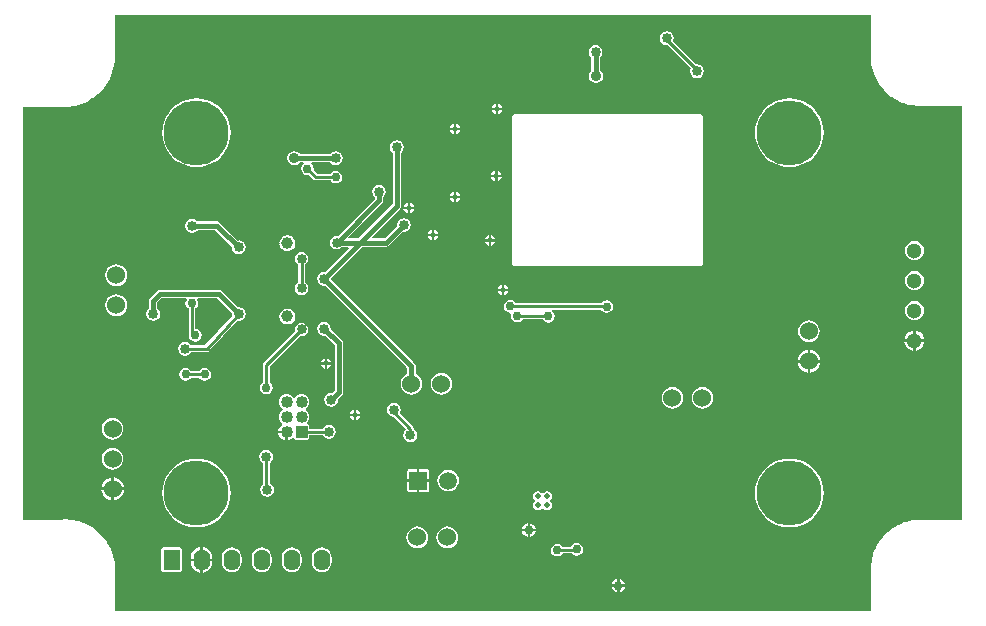
<source format=gbl>
G04 Layer_Physical_Order=2*
G04 Layer_Color=16711680*
%FSLAX25Y25*%
%MOIN*%
G70*
G01*
G75*
%ADD24C,0.01575*%
%ADD25C,0.01000*%
%ADD26C,0.03347*%
%ADD27C,0.05118*%
%ADD28C,0.06000*%
%ADD29C,0.05905*%
%ADD30R,0.05905X0.05905*%
%ADD31C,0.04000*%
%ADD32R,0.03862X0.03862*%
%ADD33C,0.21654*%
%ADD34C,0.02000*%
%ADD35O,0.05500X0.07000*%
%ADD36R,0.05500X0.07000*%
%ADD37C,0.03937*%
%ADD38C,0.03000*%
%ADD39C,0.03543*%
%ADD40C,0.01890*%
G36*
X283445Y185907D02*
X283445Y185150D01*
X283455Y185101D01*
X283450Y185052D01*
X283598Y183546D01*
X283613Y183498D01*
Y183448D01*
X283908Y181964D01*
X283927Y181918D01*
X283932Y181869D01*
X284371Y180421D01*
X284395Y180377D01*
X284404Y180328D01*
X284983Y178930D01*
X285011Y178889D01*
X285026Y178841D01*
X285739Y177507D01*
X285770Y177468D01*
X285789Y177422D01*
X286630Y176164D01*
X286665Y176129D01*
X286689Y176085D01*
X287649Y174915D01*
X287687Y174884D01*
X287715Y174842D01*
X288250Y174307D01*
X288250Y174307D01*
X288571Y173986D01*
X288571Y173986D01*
X289081Y173476D01*
X289123Y173448D01*
X289154Y173410D01*
X290270Y172494D01*
X290314Y172471D01*
X290349Y172436D01*
X291549Y171634D01*
X291595Y171615D01*
X291633Y171583D01*
X292906Y170903D01*
X292953Y170888D01*
X292995Y170861D01*
X294328Y170309D01*
X294377Y170299D01*
X294421Y170275D01*
X295802Y169857D01*
X295851Y169852D01*
X295897Y169833D01*
X297313Y169551D01*
X297363D01*
X297410Y169536D01*
X298846Y169395D01*
X298896Y169400D01*
X298945Y169390D01*
X299666Y169390D01*
X313957Y169390D01*
X313957Y31476D01*
X300039Y31476D01*
X299018Y31476D01*
X298953Y31463D01*
X298886Y31467D01*
X296860Y31201D01*
X296798Y31179D01*
X296732Y31175D01*
X294758Y30646D01*
X294698Y30617D01*
X294633Y30604D01*
X292745Y29822D01*
X292690Y29785D01*
X292627Y29764D01*
X290857Y28742D01*
X290808Y28698D01*
X290748Y28669D01*
X289127Y27425D01*
X289083Y27375D01*
X289028Y27338D01*
X287583Y25893D01*
X287546Y25838D01*
X287496Y25794D01*
X286252Y24173D01*
X286223Y24114D01*
X286179Y24064D01*
X285157Y22294D01*
X285136Y22231D01*
X285100Y22176D01*
X284317Y20288D01*
X284304Y20223D01*
X284275Y20164D01*
X283746Y18190D01*
X283742Y18124D01*
X283721Y18061D01*
X283454Y16035D01*
X283458Y15969D01*
X283445Y15904D01*
X283445Y14882D01*
X283445Y1003D01*
X31515Y1003D01*
X31515Y13586D01*
X31594Y14678D01*
X31585Y14749D01*
X31594Y14821D01*
X31433Y17076D01*
X31414Y17145D01*
X31413Y17218D01*
X30933Y19427D01*
X30904Y19493D01*
X30892Y19564D01*
X30103Y21682D01*
X30065Y21744D01*
X30043Y21813D01*
X28960Y23797D01*
X28914Y23852D01*
X28882Y23918D01*
X27528Y25727D01*
X27474Y25776D01*
X27434Y25835D01*
X25835Y27434D01*
X25775Y27474D01*
X25727Y27528D01*
X23917Y28883D01*
X23852Y28914D01*
X23797Y28960D01*
X21813Y30043D01*
X21744Y30065D01*
X21682Y30103D01*
X19564Y30892D01*
X19493Y30904D01*
X19426Y30933D01*
X17217Y31413D01*
X17145Y31414D01*
X17076Y31433D01*
X14821Y31594D01*
X14749Y31585D01*
X14677Y31594D01*
X13587Y31515D01*
X1003Y31515D01*
X1003Y169115D01*
X14685Y169115D01*
X15720Y169115D01*
X15785Y169128D01*
X15851Y169123D01*
X17903Y169393D01*
X17965Y169414D01*
X18031Y169419D01*
X20030Y169955D01*
X20090Y169984D01*
X20155Y169997D01*
X22067Y170789D01*
X22122Y170825D01*
X22184Y170847D01*
X23977Y171881D01*
X24026Y171925D01*
X24086Y171954D01*
X25728Y173214D01*
X25771Y173264D01*
X25826Y173301D01*
X27290Y174764D01*
X27327Y174819D01*
X27376Y174863D01*
X28636Y176505D01*
X28665Y176564D01*
X28709Y176614D01*
X29744Y178406D01*
X29765Y178469D01*
X29802Y178524D01*
X30594Y180436D01*
X30607Y180501D01*
X30636Y180560D01*
X31172Y182559D01*
X31176Y182625D01*
X31197Y182688D01*
X31467Y184740D01*
X31463Y184806D01*
X31476Y184871D01*
X31476Y185906D01*
X31476Y199784D01*
X283445Y199784D01*
X283445Y185907D01*
D02*
G37*
%LPC*%
G36*
X111181Y66063D02*
X109831D01*
X109891Y65759D01*
X110286Y65168D01*
X110877Y64773D01*
X111181Y64713D01*
Y66063D01*
D02*
G37*
G36*
X88307Y60354D02*
X85941D01*
X85985Y60020D01*
X86266Y59342D01*
X86713Y58760D01*
X87295Y58313D01*
X87973Y58032D01*
X88307Y57988D01*
Y60354D01*
D02*
G37*
G36*
X30709Y65433D02*
X29771Y65309D01*
X28898Y64947D01*
X28148Y64372D01*
X27572Y63622D01*
X27211Y62748D01*
X27087Y61811D01*
X27211Y60874D01*
X27572Y60000D01*
X28148Y59250D01*
X28898Y58675D01*
X29771Y58313D01*
X30709Y58189D01*
X31646Y58313D01*
X32519Y58675D01*
X33270Y59250D01*
X33845Y60000D01*
X34207Y60874D01*
X34330Y61811D01*
X34207Y62748D01*
X33845Y63622D01*
X33270Y64372D01*
X32519Y64947D01*
X31646Y65309D01*
X30709Y65433D01*
D02*
G37*
G36*
X111969Y68201D02*
Y66850D01*
X113319D01*
X113259Y67154D01*
X112863Y67745D01*
X112272Y68140D01*
X111969Y68201D01*
D02*
G37*
G36*
X111181D02*
X110877Y68140D01*
X110286Y67745D01*
X109891Y67154D01*
X109831Y66850D01*
X111181D01*
Y68201D01*
D02*
G37*
G36*
X113319Y66063D02*
X111969D01*
Y64713D01*
X112272Y64773D01*
X112863Y65168D01*
X113259Y65759D01*
X113319Y66063D01*
D02*
G37*
G36*
X124409Y70418D02*
X123526Y70243D01*
X122777Y69742D01*
X122277Y68994D01*
X122101Y68110D01*
X122277Y67227D01*
X122777Y66478D01*
X123526Y65978D01*
X124345Y65815D01*
X128416Y61744D01*
X128366Y61247D01*
X128295Y61199D01*
X127795Y60450D01*
X127619Y59567D01*
X127795Y58684D01*
X128295Y57935D01*
X129044Y57434D01*
X129927Y57259D01*
X130810Y57434D01*
X131559Y57935D01*
X132060Y58684D01*
X132235Y59567D01*
X132060Y60450D01*
X131559Y61199D01*
X131039Y61547D01*
Y61805D01*
X130954Y62231D01*
X130713Y62591D01*
X130713Y62591D01*
X126356Y66949D01*
X126542Y67227D01*
X126718Y68110D01*
X126542Y68994D01*
X126041Y69742D01*
X125293Y70243D01*
X124409Y70418D01*
D02*
G37*
G36*
X31102Y45579D02*
Y42205D01*
X34477D01*
X34399Y42800D01*
X34017Y43721D01*
X33410Y44512D01*
X32619Y45119D01*
X31697Y45501D01*
X31102Y45579D01*
D02*
G37*
G36*
X30315D02*
X29720Y45501D01*
X28799Y45119D01*
X28008Y44512D01*
X27400Y43721D01*
X27019Y42800D01*
X26940Y42205D01*
X30315D01*
Y45579D01*
D02*
G37*
G36*
X142559Y48101D02*
X141634Y47980D01*
X140772Y47623D01*
X140032Y47055D01*
X139464Y46314D01*
X139107Y45453D01*
X138985Y44528D01*
X139107Y43603D01*
X139464Y42741D01*
X140032Y42000D01*
X140772Y41432D01*
X141634Y41076D01*
X142559Y40954D01*
X143484Y41076D01*
X144346Y41432D01*
X145086Y42000D01*
X145654Y42741D01*
X146011Y43603D01*
X146133Y44528D01*
X146011Y45453D01*
X145654Y46314D01*
X145086Y47055D01*
X144346Y47623D01*
X143484Y47980D01*
X142559Y48101D01*
D02*
G37*
G36*
X30709Y55433D02*
X29771Y55309D01*
X28898Y54947D01*
X28148Y54372D01*
X27572Y53622D01*
X27211Y52748D01*
X27087Y51811D01*
X27211Y50874D01*
X27572Y50000D01*
X28148Y49250D01*
X28898Y48675D01*
X29771Y48313D01*
X30709Y48189D01*
X31646Y48313D01*
X32519Y48675D01*
X33270Y49250D01*
X33845Y50000D01*
X34207Y50874D01*
X34330Y51811D01*
X34207Y52748D01*
X33845Y53622D01*
X33270Y54372D01*
X32519Y54947D01*
X31646Y55309D01*
X30709Y55433D01*
D02*
G37*
G36*
X135512Y48283D02*
X132953D01*
Y44921D01*
X136315D01*
Y47480D01*
X136253Y47787D01*
X136080Y48048D01*
X135819Y48222D01*
X135512Y48283D01*
D02*
G37*
G36*
X132165D02*
X129606D01*
X129299Y48222D01*
X129039Y48048D01*
X128865Y47787D01*
X128804Y47480D01*
Y44921D01*
X132165D01*
Y48283D01*
D02*
G37*
G36*
X217323Y75669D02*
X216386Y75545D01*
X215512Y75184D01*
X214762Y74608D01*
X214187Y73858D01*
X213825Y72985D01*
X213701Y72047D01*
X213825Y71110D01*
X214187Y70236D01*
X214762Y69486D01*
X215512Y68911D01*
X216386Y68549D01*
X217323Y68426D01*
X218260Y68549D01*
X219134Y68911D01*
X219884Y69486D01*
X220459Y70236D01*
X220821Y71110D01*
X220944Y72047D01*
X220821Y72985D01*
X220459Y73858D01*
X219884Y74608D01*
X219134Y75184D01*
X218260Y75545D01*
X217323Y75669D01*
D02*
G37*
G36*
X101378Y85231D02*
X101096Y85175D01*
X100523Y84792D01*
X100140Y84219D01*
X100084Y83937D01*
X101378D01*
Y85231D01*
D02*
G37*
G36*
X103460Y83150D02*
X102165D01*
Y81855D01*
X102448Y81911D01*
X103021Y82294D01*
X103403Y82867D01*
X103460Y83150D01*
D02*
G37*
G36*
X101378D02*
X100084D01*
X100140Y82867D01*
X100523Y82294D01*
X101096Y81911D01*
X101378Y81855D01*
Y83150D01*
D02*
G37*
G36*
X263228Y88020D02*
Y84646D01*
X266603D01*
X266525Y85241D01*
X266143Y86162D01*
X265536Y86953D01*
X264745Y87560D01*
X263823Y87942D01*
X263228Y88020D01*
D02*
G37*
G36*
X262441D02*
X261846Y87942D01*
X260925Y87560D01*
X260133Y86953D01*
X259526Y86162D01*
X259145Y85241D01*
X259066Y84646D01*
X262441D01*
Y88020D01*
D02*
G37*
G36*
X102165Y85231D02*
Y83937D01*
X103460D01*
X103403Y84219D01*
X103021Y84792D01*
X102448Y85175D01*
X102165Y85231D01*
D02*
G37*
G36*
X61417Y82053D02*
X60602Y81890D01*
X59910Y81428D01*
X59646Y81033D01*
X56889D01*
X56625Y81428D01*
X55934Y81890D01*
X55118Y82053D01*
X54302Y81890D01*
X53611Y81428D01*
X53149Y80737D01*
X52987Y79921D01*
X53149Y79106D01*
X53611Y78414D01*
X54302Y77952D01*
X55118Y77790D01*
X55934Y77952D01*
X56625Y78414D01*
X56889Y78809D01*
X59646D01*
X59910Y78414D01*
X60602Y77952D01*
X61417Y77790D01*
X62233Y77952D01*
X62924Y78414D01*
X63387Y79106D01*
X63549Y79921D01*
X63387Y80737D01*
X62924Y81428D01*
X62233Y81890D01*
X61417Y82053D01*
D02*
G37*
G36*
X140315Y80393D02*
X139378Y80270D01*
X138504Y79908D01*
X137754Y79333D01*
X137179Y78582D01*
X136817Y77709D01*
X136693Y76772D01*
X136817Y75834D01*
X137179Y74961D01*
X137754Y74211D01*
X138504Y73635D01*
X139378Y73273D01*
X140315Y73150D01*
X141252Y73273D01*
X142126Y73635D01*
X142876Y74211D01*
X143451Y74961D01*
X143813Y75834D01*
X143937Y76772D01*
X143813Y77709D01*
X143451Y78582D01*
X142876Y79333D01*
X142126Y79908D01*
X141252Y80270D01*
X140315Y80393D01*
D02*
G37*
G36*
X93701Y73361D02*
X93024Y73272D01*
X92394Y73011D01*
X91853Y72596D01*
X91481Y72111D01*
X91201Y72080D01*
X90920Y72111D01*
X90548Y72596D01*
X90007Y73011D01*
X89377Y73272D01*
X88701Y73361D01*
X88024Y73272D01*
X87394Y73011D01*
X86853Y72596D01*
X86438Y72054D01*
X86177Y71424D01*
X86088Y70748D01*
X86177Y70072D01*
X86438Y69442D01*
X86853Y68901D01*
X87338Y68529D01*
X87368Y68248D01*
X87338Y67967D01*
X86853Y67596D01*
X86438Y67054D01*
X86177Y66424D01*
X86088Y65748D01*
X86177Y65072D01*
X86438Y64442D01*
X86853Y63901D01*
X87157Y63667D01*
X87191Y63548D01*
X87151Y63072D01*
X86713Y62736D01*
X86266Y62154D01*
X85985Y61476D01*
X85941Y61142D01*
X88701D01*
Y60748D01*
X89095D01*
Y57988D01*
X89428Y58032D01*
X90106Y58313D01*
X90662Y58740D01*
X90682Y58743D01*
X90797Y58731D01*
X91212Y58620D01*
X91318Y58365D01*
X91770Y58178D01*
X95632D01*
X96084Y58365D01*
X96271Y58817D01*
Y59636D01*
X100816D01*
X101163Y59116D01*
X101912Y58616D01*
X102795Y58440D01*
X103679Y58616D01*
X104427Y59116D01*
X104928Y59865D01*
X105103Y60748D01*
X104928Y61631D01*
X104427Y62380D01*
X103679Y62880D01*
X102795Y63056D01*
X101912Y62880D01*
X101163Y62380D01*
X100816Y61860D01*
X96271D01*
Y62679D01*
X96084Y63131D01*
X95632Y63318D01*
X95611D01*
X95441Y63818D01*
X95548Y63901D01*
X95964Y64442D01*
X96225Y65072D01*
X96314Y65748D01*
X96225Y66424D01*
X95964Y67054D01*
X95548Y67596D01*
X95064Y67967D01*
X95033Y68248D01*
X95064Y68529D01*
X95548Y68901D01*
X95964Y69442D01*
X96225Y70072D01*
X96314Y70748D01*
X96225Y71424D01*
X95964Y72054D01*
X95548Y72596D01*
X95007Y73011D01*
X94377Y73272D01*
X93701Y73361D01*
D02*
G37*
G36*
X227323Y75669D02*
X226385Y75545D01*
X225512Y75184D01*
X224762Y74608D01*
X224186Y73858D01*
X223825Y72985D01*
X223701Y72047D01*
X223825Y71110D01*
X224186Y70236D01*
X224762Y69486D01*
X225512Y68911D01*
X226385Y68549D01*
X227323Y68426D01*
X228260Y68549D01*
X229134Y68911D01*
X229884Y69486D01*
X230459Y70236D01*
X230821Y71110D01*
X230944Y72047D01*
X230821Y72985D01*
X230459Y73858D01*
X229884Y74608D01*
X229134Y75184D01*
X228260Y75545D01*
X227323Y75669D01*
D02*
G37*
G36*
X266603Y83858D02*
X263228D01*
Y80484D01*
X263823Y80562D01*
X264745Y80944D01*
X265536Y81551D01*
X266143Y82342D01*
X266525Y83263D01*
X266603Y83858D01*
D02*
G37*
G36*
X262441D02*
X259066D01*
X259145Y83263D01*
X259526Y82342D01*
X260133Y81551D01*
X260925Y80944D01*
X261846Y80562D01*
X262441Y80484D01*
Y83858D01*
D02*
G37*
G36*
X101181Y97466D02*
X100298Y97290D01*
X99549Y96790D01*
X99049Y96041D01*
X98873Y95157D01*
X99049Y94274D01*
X99549Y93525D01*
X100298Y93025D01*
X101181Y92849D01*
X101449Y92903D01*
X104697Y89654D01*
Y74519D01*
X103890Y73712D01*
X103622Y73765D01*
X102739Y73589D01*
X101990Y73089D01*
X101490Y72340D01*
X101314Y71457D01*
X101490Y70573D01*
X101990Y69825D01*
X102739Y69324D01*
X103622Y69149D01*
X104505Y69324D01*
X105254Y69825D01*
X105754Y70573D01*
X105930Y71457D01*
X105877Y71725D01*
X107096Y72944D01*
X107400Y73399D01*
X107507Y73937D01*
Y90236D01*
X107400Y90774D01*
X107096Y91230D01*
X103436Y94889D01*
X103489Y95157D01*
X103314Y96041D01*
X102813Y96790D01*
X102064Y97290D01*
X101181Y97466D01*
D02*
G37*
G36*
X136315Y44134D02*
X132953D01*
Y40772D01*
X135512D01*
X135819Y40833D01*
X136080Y41007D01*
X136253Y41268D01*
X136315Y41575D01*
Y44134D01*
D02*
G37*
G36*
X90394Y22230D02*
X89522Y22115D01*
X88709Y21778D01*
X88011Y21243D01*
X87476Y20545D01*
X87139Y19732D01*
X87024Y18860D01*
Y17360D01*
X87139Y16488D01*
X87476Y15676D01*
X88011Y14978D01*
X88709Y14442D01*
X89522Y14106D01*
X90394Y13991D01*
X91266Y14106D01*
X92078Y14442D01*
X92776Y14978D01*
X93312Y15676D01*
X93648Y16488D01*
X93763Y17360D01*
Y18860D01*
X93648Y19732D01*
X93312Y20545D01*
X92776Y21243D01*
X92078Y21778D01*
X91266Y22115D01*
X90394Y22230D01*
D02*
G37*
G36*
X80394D02*
X79522Y22115D01*
X78709Y21778D01*
X78011Y21243D01*
X77476Y20545D01*
X77139Y19732D01*
X77024Y18860D01*
Y17360D01*
X77139Y16488D01*
X77476Y15676D01*
X78011Y14978D01*
X78709Y14442D01*
X79522Y14106D01*
X80394Y13991D01*
X81266Y14106D01*
X82078Y14442D01*
X82776Y14978D01*
X83312Y15676D01*
X83648Y16488D01*
X83763Y17360D01*
Y18860D01*
X83648Y19732D01*
X83312Y20545D01*
X82776Y21243D01*
X82078Y21778D01*
X81266Y22115D01*
X80394Y22230D01*
D02*
G37*
G36*
X70394D02*
X69522Y22115D01*
X68709Y21778D01*
X68011Y21243D01*
X67476Y20545D01*
X67139Y19732D01*
X67024Y18860D01*
Y17360D01*
X67139Y16488D01*
X67476Y15676D01*
X68011Y14978D01*
X68709Y14442D01*
X69522Y14106D01*
X70394Y13991D01*
X71266Y14106D01*
X72078Y14442D01*
X72776Y14978D01*
X73312Y15676D01*
X73648Y16488D01*
X73763Y17360D01*
Y18860D01*
X73648Y19732D01*
X73312Y20545D01*
X72776Y21243D01*
X72078Y21778D01*
X71266Y22115D01*
X70394Y22230D01*
D02*
G37*
G36*
X60787Y22376D02*
Y18504D01*
X63962D01*
Y18860D01*
X63840Y19784D01*
X63484Y20644D01*
X62917Y21383D01*
X62178Y21950D01*
X61317Y22307D01*
X60787Y22376D01*
D02*
G37*
G36*
X60000D02*
X59470Y22307D01*
X58610Y21950D01*
X57871Y21383D01*
X57304Y20644D01*
X56947Y19784D01*
X56826Y18860D01*
Y18504D01*
X60000D01*
Y22376D01*
D02*
G37*
G36*
X100394Y22230D02*
X99522Y22115D01*
X98709Y21778D01*
X98011Y21243D01*
X97476Y20545D01*
X97139Y19732D01*
X97024Y18860D01*
Y17360D01*
X97139Y16488D01*
X97476Y15676D01*
X98011Y14978D01*
X98709Y14442D01*
X99522Y14106D01*
X100394Y13991D01*
X101266Y14106D01*
X102078Y14442D01*
X102776Y14978D01*
X103312Y15676D01*
X103648Y16488D01*
X103763Y17360D01*
Y18860D01*
X103648Y19732D01*
X103312Y20545D01*
X102776Y21243D01*
X102078Y21778D01*
X101266Y22115D01*
X100394Y22230D01*
D02*
G37*
G36*
X53144Y22250D02*
X47644D01*
X47192Y22062D01*
X47005Y21610D01*
Y14610D01*
X47192Y14158D01*
X47644Y13971D01*
X53144D01*
X53596Y14158D01*
X53783Y14610D01*
Y21610D01*
X53596Y22062D01*
X53144Y22250D01*
D02*
G37*
G36*
X198892Y11776D02*
X198394Y11677D01*
X197637Y11172D01*
X197132Y10415D01*
X197032Y9916D01*
X198892D01*
Y11776D01*
D02*
G37*
G36*
X201540Y9129D02*
X199680D01*
Y7269D01*
X200179Y7368D01*
X200935Y7873D01*
X201441Y8630D01*
X201540Y9129D01*
D02*
G37*
G36*
X198892D02*
X197032D01*
X197132Y8630D01*
X197637Y7873D01*
X198394Y7368D01*
X198892Y7269D01*
Y9129D01*
D02*
G37*
G36*
X63962Y17717D02*
X60787D01*
Y13844D01*
X61317Y13914D01*
X62178Y14270D01*
X62917Y14837D01*
X63484Y15576D01*
X63840Y16437D01*
X63962Y17360D01*
Y17717D01*
D02*
G37*
G36*
X60000D02*
X56826D01*
Y17360D01*
X56947Y16437D01*
X57304Y15576D01*
X57871Y14837D01*
X58610Y14270D01*
X59470Y13914D01*
X60000Y13844D01*
Y17717D01*
D02*
G37*
G36*
X199680Y11776D02*
Y9916D01*
X201540D01*
X201441Y10415D01*
X200935Y11172D01*
X200179Y11677D01*
X199680Y11776D01*
D02*
G37*
G36*
X132283Y29212D02*
X131346Y29089D01*
X130473Y28727D01*
X129723Y28151D01*
X129147Y27401D01*
X128785Y26528D01*
X128662Y25591D01*
X128785Y24653D01*
X129147Y23780D01*
X129723Y23030D01*
X130473Y22454D01*
X131346Y22092D01*
X132283Y21969D01*
X133221Y22092D01*
X134094Y22454D01*
X134844Y23030D01*
X135420Y23780D01*
X135782Y24653D01*
X135905Y25591D01*
X135782Y26528D01*
X135420Y27401D01*
X134844Y28151D01*
X134094Y28727D01*
X133221Y29089D01*
X132283Y29212D01*
D02*
G37*
G36*
X34477Y41417D02*
X31102D01*
Y38043D01*
X31697Y38121D01*
X32619Y38503D01*
X33410Y39110D01*
X34017Y39901D01*
X34399Y40822D01*
X34477Y41417D01*
D02*
G37*
G36*
X30315D02*
X26940D01*
X27019Y40822D01*
X27400Y39901D01*
X28008Y39110D01*
X28799Y38503D01*
X29720Y38121D01*
X30315Y38043D01*
Y41417D01*
D02*
G37*
G36*
X256299Y51807D02*
X254508Y51666D01*
X252760Y51246D01*
X251100Y50559D01*
X249568Y49620D01*
X248201Y48453D01*
X247034Y47086D01*
X246095Y45554D01*
X245407Y43893D01*
X244988Y42146D01*
X244847Y40354D01*
X244988Y38563D01*
X245407Y36815D01*
X246095Y35155D01*
X247034Y33623D01*
X248201Y32256D01*
X249568Y31089D01*
X251100Y30150D01*
X252760Y29462D01*
X254508Y29043D01*
X256299Y28902D01*
X258091Y29043D01*
X259838Y29462D01*
X261499Y30150D01*
X263031Y31089D01*
X264397Y32256D01*
X265565Y33623D01*
X266504Y35155D01*
X267191Y36815D01*
X267611Y38563D01*
X267752Y40354D01*
X267611Y42146D01*
X267191Y43893D01*
X266504Y45554D01*
X265565Y47086D01*
X264397Y48453D01*
X263031Y49620D01*
X261499Y50559D01*
X259838Y51246D01*
X258091Y51666D01*
X256299Y51807D01*
D02*
G37*
G36*
X132165Y44134D02*
X128804D01*
Y41575D01*
X128865Y41268D01*
X129039Y41007D01*
X129299Y40833D01*
X129606Y40772D01*
X132165D01*
Y44134D01*
D02*
G37*
G36*
X175541Y40942D02*
X174920Y40819D01*
X174394Y40467D01*
X174292Y40314D01*
X173690D01*
X173588Y40467D01*
X173062Y40819D01*
X172441Y40942D01*
X171820Y40819D01*
X171294Y40467D01*
X170943Y39941D01*
X170819Y39320D01*
X170943Y38700D01*
X171294Y38174D01*
X171448Y38071D01*
Y37470D01*
X171294Y37367D01*
X170943Y36841D01*
X170819Y36220D01*
X170943Y35600D01*
X171294Y35074D01*
X171820Y34722D01*
X172441Y34599D01*
X173062Y34722D01*
X173588Y35074D01*
X173690Y35227D01*
X174292D01*
X174394Y35074D01*
X174920Y34722D01*
X175541Y34599D01*
X176162Y34722D01*
X176688Y35074D01*
X177039Y35600D01*
X177163Y36220D01*
X177039Y36841D01*
X176688Y37367D01*
X176534Y37470D01*
Y38071D01*
X176688Y38174D01*
X177039Y38700D01*
X177163Y39320D01*
X177039Y39941D01*
X176688Y40467D01*
X176162Y40819D01*
X175541Y40942D01*
D02*
G37*
G36*
X81968Y54788D02*
X81085Y54613D01*
X80336Y54112D01*
X79836Y53364D01*
X79660Y52480D01*
X79836Y51597D01*
X80336Y50848D01*
X80857Y50501D01*
Y43226D01*
X80651Y43089D01*
X80151Y42340D01*
X79975Y41457D01*
X80151Y40573D01*
X80651Y39825D01*
X81400Y39324D01*
X82284Y39149D01*
X83167Y39324D01*
X83916Y39825D01*
X84416Y40573D01*
X84592Y41457D01*
X84416Y42340D01*
X83916Y43089D01*
X83167Y43589D01*
X83140Y43594D01*
X83080Y43684D01*
Y50501D01*
X83601Y50848D01*
X84101Y51597D01*
X84277Y52480D01*
X84101Y53364D01*
X83601Y54112D01*
X82852Y54613D01*
X81968Y54788D01*
D02*
G37*
G36*
X58661Y51807D02*
X56870Y51666D01*
X55122Y51246D01*
X53462Y50559D01*
X51930Y49620D01*
X50563Y48453D01*
X49396Y47086D01*
X48457Y45554D01*
X47769Y43893D01*
X47350Y42146D01*
X47209Y40354D01*
X47350Y38563D01*
X47769Y36815D01*
X48457Y35155D01*
X49396Y33623D01*
X50563Y32256D01*
X51930Y31089D01*
X53462Y30150D01*
X55122Y29462D01*
X56870Y29043D01*
X58661Y28902D01*
X60453Y29043D01*
X62200Y29462D01*
X63861Y30150D01*
X65393Y31089D01*
X66760Y32256D01*
X67927Y33623D01*
X68866Y35155D01*
X69554Y36815D01*
X69973Y38563D01*
X70114Y40354D01*
X69973Y42146D01*
X69554Y43893D01*
X68866Y45554D01*
X67927Y47086D01*
X66760Y48453D01*
X65393Y49620D01*
X63861Y50559D01*
X62200Y51246D01*
X60453Y51666D01*
X58661Y51807D01*
D02*
G37*
G36*
X169055Y27638D02*
X167195D01*
X167294Y27139D01*
X167800Y26382D01*
X168556Y25877D01*
X169055Y25778D01*
Y27638D01*
D02*
G37*
G36*
X185433Y23785D02*
X184617Y23623D01*
X183926Y23161D01*
X183464Y22469D01*
X183459Y22445D01*
X180683D01*
X180419Y22841D01*
X179727Y23303D01*
X178911Y23465D01*
X178096Y23303D01*
X177404Y22841D01*
X176942Y22149D01*
X176780Y21334D01*
X176942Y20518D01*
X177404Y19826D01*
X178096Y19364D01*
X178911Y19202D01*
X179727Y19364D01*
X180419Y19826D01*
X180683Y20222D01*
X183876D01*
X183926Y20146D01*
X184617Y19684D01*
X185433Y19522D01*
X186249Y19684D01*
X186940Y20146D01*
X187402Y20838D01*
X187565Y21654D01*
X187402Y22469D01*
X186940Y23161D01*
X186249Y23623D01*
X185433Y23785D01*
D02*
G37*
G36*
X142283Y29212D02*
X141346Y29089D01*
X140473Y28727D01*
X139723Y28151D01*
X139147Y27401D01*
X138785Y26528D01*
X138662Y25591D01*
X138785Y24653D01*
X139147Y23780D01*
X139723Y23030D01*
X140473Y22454D01*
X141346Y22092D01*
X142283Y21969D01*
X143221Y22092D01*
X144094Y22454D01*
X144844Y23030D01*
X145420Y23780D01*
X145782Y24653D01*
X145905Y25591D01*
X145782Y26528D01*
X145420Y27401D01*
X144844Y28151D01*
X144094Y28727D01*
X143221Y29089D01*
X142283Y29212D01*
D02*
G37*
G36*
X169843Y30285D02*
Y28425D01*
X171703D01*
X171604Y28924D01*
X171098Y29681D01*
X170341Y30186D01*
X169843Y30285D01*
D02*
G37*
G36*
X169055D02*
X168556Y30186D01*
X167800Y29681D01*
X167294Y28924D01*
X167195Y28425D01*
X169055D01*
Y30285D01*
D02*
G37*
G36*
X171703Y27638D02*
X169843D01*
Y25778D01*
X170341Y25877D01*
X171098Y26382D01*
X171604Y27139D01*
X171703Y27638D01*
D02*
G37*
G36*
X297599Y90787D02*
X294669D01*
X294732Y90307D01*
X295069Y89493D01*
X295605Y88794D01*
X296304Y88258D01*
X297118Y87921D01*
X297599Y87858D01*
Y90787D01*
D02*
G37*
G36*
X145276Y140720D02*
Y139370D01*
X146626D01*
X146566Y139674D01*
X146170Y140265D01*
X145579Y140660D01*
X145276Y140720D01*
D02*
G37*
G36*
X144488D02*
X144185Y140660D01*
X143593Y140265D01*
X143198Y139674D01*
X143138Y139370D01*
X144488D01*
Y140720D01*
D02*
G37*
G36*
X146626Y138583D02*
X145276D01*
Y137232D01*
X145579Y137293D01*
X146170Y137688D01*
X146566Y138279D01*
X146626Y138583D01*
D02*
G37*
G36*
X158228Y147728D02*
X157925Y147668D01*
X157333Y147273D01*
X156938Y146682D01*
X156878Y146378D01*
X158228D01*
Y147728D01*
D02*
G37*
G36*
X160366Y145591D02*
X159016D01*
Y144240D01*
X159319Y144300D01*
X159911Y144696D01*
X160306Y145287D01*
X160366Y145591D01*
D02*
G37*
G36*
X158228D02*
X156878D01*
X156938Y145287D01*
X157333Y144696D01*
X157925Y144300D01*
X158228Y144240D01*
Y145591D01*
D02*
G37*
G36*
X144488Y138583D02*
X143138D01*
X143198Y138279D01*
X143593Y137688D01*
X144185Y137293D01*
X144488Y137232D01*
Y138583D01*
D02*
G37*
G36*
X129016Y134921D02*
X127665D01*
X127726Y134618D01*
X128121Y134026D01*
X128712Y133631D01*
X129016Y133571D01*
Y134921D01*
D02*
G37*
G36*
X137835Y128161D02*
Y126811D01*
X139185D01*
X139125Y127115D01*
X138730Y127706D01*
X138138Y128101D01*
X137835Y128161D01*
D02*
G37*
G36*
X137047D02*
X136743Y128101D01*
X136152Y127706D01*
X135757Y127115D01*
X135697Y126811D01*
X137047D01*
Y128161D01*
D02*
G37*
G36*
X129803Y137059D02*
Y135709D01*
X131154D01*
X131093Y136012D01*
X130698Y136604D01*
X130107Y136999D01*
X129803Y137059D01*
D02*
G37*
G36*
X129016D02*
X128712Y136999D01*
X128121Y136604D01*
X127726Y136012D01*
X127665Y135709D01*
X129016D01*
Y137059D01*
D02*
G37*
G36*
X131154Y134921D02*
X129803D01*
Y133571D01*
X130107Y133631D01*
X130698Y134026D01*
X131093Y134618D01*
X131154Y134921D01*
D02*
G37*
G36*
X159016Y147728D02*
Y146378D01*
X160366D01*
X160306Y146682D01*
X159911Y147273D01*
X159319Y147668D01*
X159016Y147728D01*
D02*
G37*
G36*
X158386Y170169D02*
X158082Y170109D01*
X157491Y169714D01*
X157096Y169123D01*
X157035Y168819D01*
X158386D01*
Y170169D01*
D02*
G37*
G36*
X160524Y168032D02*
X159173D01*
Y166681D01*
X159477Y166742D01*
X160068Y167137D01*
X160463Y167728D01*
X160524Y168032D01*
D02*
G37*
G36*
X158386D02*
X157035D01*
X157096Y167728D01*
X157491Y167137D01*
X158082Y166742D01*
X158386Y166681D01*
Y168032D01*
D02*
G37*
G36*
X215472Y194277D02*
X214589Y194101D01*
X213840Y193601D01*
X213340Y192852D01*
X213164Y191969D01*
X213340Y191085D01*
X213840Y190336D01*
X214589Y189836D01*
X215472Y189660D01*
X215593Y189684D01*
X223392Y181886D01*
X223379Y181868D01*
X223204Y180984D01*
X223379Y180101D01*
X223880Y179352D01*
X224628Y178852D01*
X225512Y178676D01*
X226395Y178852D01*
X227144Y179352D01*
X227644Y180101D01*
X227820Y180984D01*
X227644Y181868D01*
X227144Y182616D01*
X226395Y183117D01*
X225512Y183292D01*
X225194Y183229D01*
X217498Y190925D01*
X217605Y191085D01*
X217781Y191969D01*
X217605Y192852D01*
X217105Y193601D01*
X216356Y194101D01*
X215472Y194277D01*
D02*
G37*
G36*
X191693Y189710D02*
X190810Y189534D01*
X190061Y189034D01*
X189560Y188285D01*
X189385Y187402D01*
X189560Y186518D01*
X190061Y185769D01*
X190288Y185618D01*
Y181272D01*
X190108Y181152D01*
X189586Y180370D01*
X189402Y179449D01*
X189586Y178527D01*
X190108Y177746D01*
X190889Y177224D01*
X191811Y177040D01*
X192733Y177224D01*
X193514Y177746D01*
X194036Y178527D01*
X194220Y179449D01*
X194036Y180370D01*
X193514Y181152D01*
X193098Y181430D01*
Y185618D01*
X193325Y185769D01*
X193825Y186518D01*
X194001Y187402D01*
X193825Y188285D01*
X193325Y189034D01*
X192576Y189534D01*
X191693Y189710D01*
D02*
G37*
G36*
X159173Y170169D02*
Y168819D01*
X160524D01*
X160463Y169123D01*
X160068Y169714D01*
X159477Y170109D01*
X159173Y170169D01*
D02*
G37*
G36*
X145276Y163437D02*
Y162087D01*
X146626D01*
X146566Y162390D01*
X146170Y162982D01*
X145579Y163377D01*
X145276Y163437D01*
D02*
G37*
G36*
X91339Y154377D02*
X90417Y154194D01*
X89635Y153672D01*
X89113Y152890D01*
X88930Y151969D01*
X89113Y151047D01*
X89635Y150266D01*
X90417Y149743D01*
X91339Y149560D01*
X92260Y149743D01*
X93042Y150266D01*
X93241Y150564D01*
X94207D01*
X94358Y150064D01*
X94162Y149932D01*
X93700Y149241D01*
X93538Y148425D01*
X93700Y147609D01*
X94162Y146918D01*
X94854Y146456D01*
X95669Y146294D01*
X96136Y146386D01*
X97639Y144883D01*
X97639Y144883D01*
X98000Y144642D01*
X98425Y144557D01*
X103347D01*
X103611Y144162D01*
X104302Y143700D01*
X105118Y143538D01*
X105934Y143700D01*
X106625Y144162D01*
X107087Y144854D01*
X107250Y145669D01*
X107087Y146485D01*
X106625Y147177D01*
X105934Y147639D01*
X105118Y147801D01*
X104302Y147639D01*
X103611Y147177D01*
X103347Y146781D01*
X98886D01*
X97708Y147959D01*
X97801Y148425D01*
X97638Y149241D01*
X97176Y149932D01*
X96980Y150064D01*
X97132Y150564D01*
X103334D01*
X103486Y150336D01*
X104235Y149836D01*
X105118Y149660D01*
X106001Y149836D01*
X106750Y150336D01*
X107250Y151085D01*
X107426Y151969D01*
X107250Y152852D01*
X106750Y153601D01*
X106001Y154101D01*
X105118Y154277D01*
X104235Y154101D01*
X103486Y153601D01*
X103334Y153374D01*
X93241D01*
X93042Y153672D01*
X92260Y154194D01*
X91339Y154377D01*
D02*
G37*
G36*
X256299Y171886D02*
X254508Y171745D01*
X252760Y171325D01*
X251100Y170637D01*
X249568Y169698D01*
X248201Y168531D01*
X247034Y167165D01*
X246095Y165632D01*
X245407Y163972D01*
X244988Y162225D01*
X244847Y160433D01*
X244988Y158642D01*
X245407Y156894D01*
X246095Y155234D01*
X247034Y153701D01*
X248201Y152335D01*
X249568Y151168D01*
X251100Y150229D01*
X252760Y149541D01*
X254508Y149121D01*
X256299Y148980D01*
X258091Y149121D01*
X259838Y149541D01*
X261499Y150229D01*
X263031Y151168D01*
X264397Y152335D01*
X265565Y153701D01*
X266504Y155234D01*
X267191Y156894D01*
X267611Y158642D01*
X267752Y160433D01*
X267611Y162225D01*
X267191Y163972D01*
X266504Y165632D01*
X265565Y167165D01*
X264397Y168531D01*
X263031Y169698D01*
X261499Y170637D01*
X259838Y171325D01*
X258091Y171745D01*
X256299Y171886D01*
D02*
G37*
G36*
X58661D02*
X56870Y171745D01*
X55122Y171325D01*
X53462Y170637D01*
X51930Y169698D01*
X50563Y168531D01*
X49396Y167165D01*
X48457Y165632D01*
X47769Y163972D01*
X47350Y162225D01*
X47209Y160433D01*
X47350Y158642D01*
X47769Y156894D01*
X48457Y155234D01*
X49396Y153701D01*
X50563Y152335D01*
X51930Y151168D01*
X53462Y150229D01*
X55122Y149541D01*
X56870Y149121D01*
X58661Y148980D01*
X60453Y149121D01*
X62200Y149541D01*
X63861Y150229D01*
X65393Y151168D01*
X66760Y152335D01*
X67927Y153701D01*
X68866Y155234D01*
X69554Y156894D01*
X69973Y158642D01*
X70114Y160433D01*
X69973Y162225D01*
X69554Y163972D01*
X68866Y165632D01*
X67927Y167165D01*
X66760Y168531D01*
X65393Y169698D01*
X63861Y170637D01*
X62200Y171325D01*
X60453Y171745D01*
X58661Y171886D01*
D02*
G37*
G36*
X144488Y163437D02*
X144185Y163377D01*
X143593Y162982D01*
X143198Y162390D01*
X143138Y162087D01*
X144488D01*
Y163437D01*
D02*
G37*
G36*
X146626Y161299D02*
X145276D01*
Y159949D01*
X145579Y160009D01*
X146170Y160404D01*
X146566Y160995D01*
X146626Y161299D01*
D02*
G37*
G36*
X144488D02*
X143138D01*
X143198Y160995D01*
X143593Y160404D01*
X144185Y160009D01*
X144488Y159949D01*
Y161299D01*
D02*
G37*
G36*
X89101Y126256D02*
X88976Y126231D01*
X88852Y126256D01*
X88084Y126103D01*
X87978Y126033D01*
X87853Y126008D01*
X87202Y125573D01*
X87131Y125467D01*
X87026Y125396D01*
X86591Y124745D01*
X86566Y124621D01*
X86495Y124515D01*
X86342Y123747D01*
X86355Y123682D01*
X86330Y123622D01*
X86355Y123562D01*
X86342Y123497D01*
X86495Y122729D01*
X86566Y122624D01*
X86591Y122499D01*
X87026Y121848D01*
X87131Y121777D01*
X87202Y121671D01*
X87853Y121236D01*
X87978Y121212D01*
X88084Y121141D01*
X88852Y120988D01*
X88976Y121013D01*
X89101Y120988D01*
X89869Y121141D01*
X89975Y121212D01*
X90100Y121236D01*
X90751Y121671D01*
X90821Y121777D01*
X90927Y121848D01*
X91362Y122499D01*
X91387Y122624D01*
X91458Y122729D01*
X91610Y123497D01*
X91598Y123562D01*
X91623Y123622D01*
X91598Y123683D01*
X91610Y123747D01*
X91458Y124515D01*
X91387Y124621D01*
X91362Y124745D01*
X90927Y125396D01*
X90821Y125467D01*
X90751Y125573D01*
X90100Y126008D01*
X89975Y126033D01*
X89869Y126103D01*
X89101Y126256D01*
D02*
G37*
G36*
Y101847D02*
X88976Y101822D01*
X88852Y101847D01*
X88084Y101694D01*
X87978Y101623D01*
X87853Y101598D01*
X87202Y101163D01*
X87131Y101058D01*
X87026Y100987D01*
X86591Y100336D01*
X86566Y100211D01*
X86495Y100105D01*
X86342Y99337D01*
X86355Y99273D01*
X86330Y99213D01*
X86355Y99152D01*
X86342Y99088D01*
X86495Y98320D01*
X86566Y98214D01*
X86591Y98089D01*
X87026Y97438D01*
X87131Y97368D01*
X87202Y97262D01*
X87853Y96827D01*
X87978Y96802D01*
X88084Y96731D01*
X88852Y96579D01*
X88976Y96603D01*
X89101Y96579D01*
X89869Y96731D01*
X89975Y96802D01*
X90100Y96827D01*
X90751Y97262D01*
X90821Y97368D01*
X90927Y97438D01*
X91362Y98089D01*
X91387Y98214D01*
X91458Y98320D01*
X91610Y99088D01*
X91598Y99152D01*
X91623Y99213D01*
X91598Y99273D01*
X91610Y99337D01*
X91458Y100105D01*
X91387Y100211D01*
X91362Y100336D01*
X90927Y100987D01*
X90821Y101058D01*
X90751Y101163D01*
X90100Y101598D01*
X89975Y101623D01*
X89869Y101694D01*
X89101Y101847D01*
D02*
G37*
G36*
X163228Y104730D02*
X162413Y104568D01*
X161721Y104106D01*
X161259Y103414D01*
X161097Y102598D01*
X161259Y101783D01*
X161721Y101091D01*
X162413Y100629D01*
X163228Y100467D01*
X163273Y100476D01*
X163623Y100036D01*
X163498Y99410D01*
X163661Y98594D01*
X164123Y97902D01*
X164814Y97440D01*
X165630Y97278D01*
X166446Y97440D01*
X167137Y97902D01*
X167401Y98298D01*
X174081D01*
X174477Y97705D01*
X175169Y97243D01*
X175984Y97081D01*
X176800Y97243D01*
X177491Y97705D01*
X177954Y98397D01*
X178116Y99213D01*
X177954Y100028D01*
X177491Y100720D01*
X177092Y100987D01*
X177244Y101487D01*
X193609D01*
X193926Y101013D01*
X194617Y100550D01*
X195433Y100388D01*
X196249Y100550D01*
X196940Y101013D01*
X197402Y101704D01*
X197565Y102520D01*
X197402Y103335D01*
X196940Y104027D01*
X196249Y104489D01*
X195433Y104651D01*
X194617Y104489D01*
X193926Y104027D01*
X193714Y103710D01*
X165000D01*
X164736Y104106D01*
X164044Y104568D01*
X163228Y104730D01*
D02*
G37*
G36*
X31890Y106614D02*
X30952Y106490D01*
X30079Y106129D01*
X29329Y105553D01*
X28753Y104803D01*
X28392Y103929D01*
X28268Y102992D01*
X28392Y102055D01*
X28753Y101181D01*
X29329Y100431D01*
X30079Y99856D01*
X30952Y99494D01*
X31890Y99371D01*
X32827Y99494D01*
X33700Y99856D01*
X34451Y100431D01*
X35026Y101181D01*
X35388Y102055D01*
X35511Y102992D01*
X35388Y103929D01*
X35026Y104803D01*
X34451Y105553D01*
X33700Y106129D01*
X32827Y106490D01*
X31890Y106614D01*
D02*
G37*
G36*
X93701Y120812D02*
X92817Y120636D01*
X92069Y120136D01*
X91568Y119387D01*
X91393Y118504D01*
X91568Y117621D01*
X92069Y116872D01*
X92589Y116524D01*
Y110641D01*
X92069Y110293D01*
X91568Y109545D01*
X91393Y108661D01*
X91568Y107778D01*
X92069Y107029D01*
X92817Y106529D01*
X93701Y106353D01*
X94584Y106529D01*
X95333Y107029D01*
X95833Y107778D01*
X96009Y108661D01*
X95833Y109545D01*
X95333Y110293D01*
X94813Y110641D01*
Y116524D01*
X95333Y116872D01*
X95833Y117621D01*
X96009Y118504D01*
X95833Y119387D01*
X95333Y120136D01*
X94584Y120636D01*
X93701Y120812D01*
D02*
G37*
G36*
X162610Y107598D02*
X161260D01*
Y106248D01*
X161564Y106308D01*
X162155Y106703D01*
X162550Y107295D01*
X162610Y107598D01*
D02*
G37*
G36*
X160472D02*
X159122D01*
X159182Y107295D01*
X159578Y106703D01*
X160169Y106308D01*
X160472Y106248D01*
Y107598D01*
D02*
G37*
G36*
X297992Y104358D02*
X297170Y104250D01*
X296404Y103932D01*
X295746Y103427D01*
X295241Y102769D01*
X294924Y102003D01*
X294815Y101181D01*
X294924Y100359D01*
X295241Y99593D01*
X295746Y98935D01*
X296404Y98430D01*
X297170Y98113D01*
X297992Y98004D01*
X298814Y98113D01*
X299581Y98430D01*
X300238Y98935D01*
X300743Y99593D01*
X301061Y100359D01*
X301169Y101181D01*
X301061Y102003D01*
X300743Y102769D01*
X300238Y103427D01*
X299581Y103932D01*
X298814Y104250D01*
X297992Y104358D01*
D02*
G37*
G36*
X297599Y94505D02*
X297118Y94441D01*
X296304Y94104D01*
X295605Y93568D01*
X295069Y92869D01*
X294732Y92055D01*
X294669Y91575D01*
X297599D01*
Y94505D01*
D02*
G37*
G36*
X262835Y97874D02*
X261897Y97750D01*
X261024Y97388D01*
X260274Y96813D01*
X259698Y96063D01*
X259336Y95189D01*
X259213Y94252D01*
X259336Y93315D01*
X259698Y92441D01*
X260274Y91691D01*
X261024Y91116D01*
X261897Y90754D01*
X262835Y90630D01*
X263772Y90754D01*
X264645Y91116D01*
X265395Y91691D01*
X265971Y92441D01*
X266333Y93315D01*
X266456Y94252D01*
X266333Y95189D01*
X265971Y96063D01*
X265395Y96813D01*
X264645Y97388D01*
X263772Y97750D01*
X262835Y97874D01*
D02*
G37*
G36*
X301316Y90787D02*
X298386D01*
Y87858D01*
X298866Y87921D01*
X299680Y88258D01*
X300379Y88794D01*
X300915Y89493D01*
X301252Y90307D01*
X301316Y90787D01*
D02*
G37*
G36*
X66142Y108098D02*
X46457D01*
X45919Y107991D01*
X45463Y107686D01*
X43259Y105482D01*
X42954Y105026D01*
X42847Y104488D01*
Y101784D01*
X42620Y101632D01*
X42120Y100883D01*
X41944Y100000D01*
X42120Y99117D01*
X42620Y98368D01*
X43369Y97868D01*
X44252Y97692D01*
X45135Y97868D01*
X45884Y98368D01*
X46384Y99117D01*
X46560Y100000D01*
X46384Y100883D01*
X45884Y101632D01*
X45657Y101784D01*
Y103906D01*
X47039Y105288D01*
X55097D01*
X55364Y104788D01*
X55157Y104477D01*
X54994Y103661D01*
X55157Y102846D01*
X55619Y102154D01*
X56014Y101890D01*
Y94055D01*
X56014Y94055D01*
X56099Y93630D01*
X56237Y93422D01*
X56136Y92913D01*
X56299Y92098D01*
X56761Y91406D01*
X57452Y90944D01*
X58268Y90782D01*
X59083Y90944D01*
X59775Y91406D01*
X60237Y92098D01*
X60399Y92913D01*
X60237Y93729D01*
X59775Y94421D01*
X59083Y94883D01*
X58268Y95045D01*
X58238Y95069D01*
Y101890D01*
X58633Y102154D01*
X59095Y102846D01*
X59258Y103661D01*
X59095Y104477D01*
X58887Y104788D01*
X59155Y105288D01*
X65560D01*
X70580Y100268D01*
X70526Y100000D01*
X70665Y99303D01*
X61603Y89577D01*
X56862D01*
X56514Y90097D01*
X55765Y90597D01*
X54882Y90773D01*
X53999Y90597D01*
X53250Y90097D01*
X52750Y89348D01*
X52574Y88465D01*
X52750Y87581D01*
X53250Y86832D01*
X53999Y86332D01*
X54882Y86156D01*
X55765Y86332D01*
X56514Y86832D01*
X56862Y87353D01*
X62087D01*
X62106Y87357D01*
X62126Y87353D01*
X62318Y87399D01*
X62512Y87437D01*
X62529Y87448D01*
X62548Y87453D01*
X62708Y87568D01*
X62873Y87678D01*
X62884Y87695D01*
X62900Y87707D01*
X72303Y97798D01*
X72835Y97692D01*
X73718Y97868D01*
X74467Y98368D01*
X74967Y99117D01*
X75143Y100000D01*
X74967Y100883D01*
X74467Y101632D01*
X73718Y102132D01*
X72835Y102308D01*
X72567Y102255D01*
X67135Y107686D01*
X66679Y107991D01*
X66142Y108098D01*
D02*
G37*
G36*
X93701Y97190D02*
X92817Y97014D01*
X92069Y96514D01*
X91568Y95765D01*
X91393Y94882D01*
X91515Y94268D01*
X81182Y83936D01*
X80941Y83575D01*
X80857Y83150D01*
X80857Y83149D01*
Y77165D01*
X80461Y76901D01*
X79999Y76209D01*
X79837Y75394D01*
X79999Y74578D01*
X80461Y73887D01*
X81153Y73424D01*
X81968Y73262D01*
X82784Y73424D01*
X83476Y73887D01*
X83938Y74578D01*
X84100Y75394D01*
X83938Y76209D01*
X83476Y76901D01*
X83080Y77165D01*
Y82689D01*
X93087Y92696D01*
X93701Y92574D01*
X94584Y92750D01*
X95333Y93250D01*
X95833Y93999D01*
X96009Y94882D01*
X95833Y95765D01*
X95333Y96514D01*
X94584Y97014D01*
X93701Y97190D01*
D02*
G37*
G36*
X298386Y94505D02*
Y91575D01*
X301316D01*
X301252Y92055D01*
X300915Y92869D01*
X300379Y93568D01*
X299680Y94104D01*
X298866Y94441D01*
X298386Y94505D01*
D02*
G37*
G36*
X297992Y114358D02*
X297170Y114250D01*
X296404Y113932D01*
X295746Y113427D01*
X295241Y112769D01*
X294924Y112003D01*
X294815Y111181D01*
X294924Y110359D01*
X295241Y109593D01*
X295746Y108935D01*
X296404Y108430D01*
X297170Y108113D01*
X297992Y108004D01*
X298814Y108113D01*
X299581Y108430D01*
X300238Y108935D01*
X300743Y109593D01*
X301061Y110359D01*
X301169Y111181D01*
X301061Y112003D01*
X300743Y112769D01*
X300238Y113427D01*
X299581Y113932D01*
X298814Y114250D01*
X297992Y114358D01*
D02*
G37*
G36*
X139185Y126024D02*
X137835D01*
Y124673D01*
X138138Y124734D01*
X138730Y125129D01*
X139125Y125720D01*
X139185Y126024D01*
D02*
G37*
G36*
X137047D02*
X135697D01*
X135757Y125720D01*
X136152Y125129D01*
X136743Y124734D01*
X137047Y124673D01*
Y126024D01*
D02*
G37*
G36*
X158280Y124173D02*
X156929D01*
Y122823D01*
X157233Y122883D01*
X157824Y123278D01*
X158219Y123870D01*
X158280Y124173D01*
D02*
G37*
G36*
X125472Y157938D02*
X124589Y157762D01*
X123840Y157262D01*
X123340Y156513D01*
X123164Y155630D01*
X123340Y154747D01*
X123840Y153998D01*
X124067Y153846D01*
Y136684D01*
X112646Y125263D01*
X109478D01*
X109287Y125725D01*
X120482Y136920D01*
X120786Y137376D01*
X120893Y137913D01*
Y138964D01*
X121120Y139116D01*
X121621Y139865D01*
X121796Y140748D01*
X121621Y141631D01*
X121120Y142380D01*
X120371Y142880D01*
X119488Y143056D01*
X118605Y142880D01*
X117856Y142380D01*
X117356Y141631D01*
X117180Y140748D01*
X117356Y139865D01*
X117856Y139116D01*
X118054Y138983D01*
X118081Y138494D01*
X105701Y126113D01*
X105433Y126166D01*
X104550Y125991D01*
X103801Y125490D01*
X103301Y124742D01*
X103125Y123858D01*
X103301Y122975D01*
X103801Y122226D01*
X104550Y121726D01*
X105433Y121550D01*
X106316Y121726D01*
X107065Y122226D01*
X107217Y122453D01*
X109183D01*
X109374Y121991D01*
X101449Y114066D01*
X101181Y114119D01*
X100298Y113944D01*
X99549Y113443D01*
X99049Y112694D01*
X98873Y111811D01*
X99049Y110928D01*
X99549Y110179D01*
X100298Y109679D01*
X101181Y109503D01*
X101449Y109556D01*
X128910Y82095D01*
Y80076D01*
X128504Y79908D01*
X127754Y79333D01*
X127179Y78582D01*
X126817Y77709D01*
X126693Y76772D01*
X126817Y75834D01*
X127179Y74961D01*
X127754Y74211D01*
X128504Y73635D01*
X129378Y73273D01*
X130315Y73150D01*
X131252Y73273D01*
X132126Y73635D01*
X132876Y74211D01*
X133451Y74961D01*
X133813Y75834D01*
X133937Y76772D01*
X133813Y77709D01*
X133451Y78582D01*
X132876Y79333D01*
X132126Y79908D01*
X131720Y80076D01*
Y82677D01*
X131613Y83215D01*
X131308Y83671D01*
X103436Y111543D01*
X103489Y111811D01*
X103436Y112079D01*
X113810Y122453D01*
X122008D01*
X122546Y122560D01*
X123001Y122865D01*
X127606Y127470D01*
X127874Y127416D01*
X128757Y127592D01*
X129506Y128092D01*
X130006Y128841D01*
X130182Y129724D01*
X130006Y130608D01*
X129506Y131357D01*
X128757Y131857D01*
X127874Y132033D01*
X126991Y131857D01*
X126242Y131357D01*
X125742Y130608D01*
X125566Y129724D01*
X125619Y129456D01*
X121426Y125263D01*
X117273D01*
X117082Y125725D01*
X126466Y135109D01*
X126770Y135565D01*
X126877Y136102D01*
Y153846D01*
X127104Y153998D01*
X127605Y154747D01*
X127781Y155630D01*
X127605Y156513D01*
X127104Y157262D01*
X126356Y157762D01*
X125472Y157938D01*
D02*
G37*
G36*
X156929Y126311D02*
Y124961D01*
X158280D01*
X158219Y125264D01*
X157824Y125856D01*
X157233Y126251D01*
X156929Y126311D01*
D02*
G37*
G36*
X156142D02*
X155838Y126251D01*
X155247Y125856D01*
X154852Y125264D01*
X154791Y124961D01*
X156142D01*
Y126311D01*
D02*
G37*
G36*
Y124173D02*
X154791D01*
X154852Y123870D01*
X155247Y123278D01*
X155838Y122883D01*
X156142Y122823D01*
Y124173D01*
D02*
G37*
G36*
X31890Y116614D02*
X30952Y116490D01*
X30079Y116129D01*
X29329Y115553D01*
X28753Y114803D01*
X28392Y113929D01*
X28268Y112992D01*
X28392Y112055D01*
X28753Y111181D01*
X29329Y110431D01*
X30079Y109856D01*
X30952Y109494D01*
X31890Y109371D01*
X32827Y109494D01*
X33700Y109856D01*
X34451Y110431D01*
X35026Y111181D01*
X35388Y112055D01*
X35511Y112992D01*
X35388Y113929D01*
X35026Y114803D01*
X34451Y115553D01*
X33700Y116129D01*
X32827Y116490D01*
X31890Y116614D01*
D02*
G37*
G36*
X161260Y109736D02*
Y108386D01*
X162610D01*
X162550Y108689D01*
X162155Y109281D01*
X161564Y109676D01*
X161260Y109736D01*
D02*
G37*
G36*
X160472D02*
X160169Y109676D01*
X159578Y109281D01*
X159182Y108689D01*
X159122Y108386D01*
X160472D01*
Y109736D01*
D02*
G37*
G36*
X57205Y131718D02*
X56321Y131542D01*
X55573Y131042D01*
X55072Y130293D01*
X54897Y129409D01*
X55072Y128526D01*
X55573Y127777D01*
X56321Y127277D01*
X57205Y127101D01*
X58088Y127277D01*
X58837Y127777D01*
X59067Y128123D01*
X64890D01*
X70487Y122526D01*
X70434Y122258D01*
X70610Y121375D01*
X71110Y120626D01*
X71859Y120125D01*
X72742Y119950D01*
X73625Y120125D01*
X74374Y120626D01*
X74875Y121375D01*
X75050Y122258D01*
X74875Y123141D01*
X74374Y123890D01*
X73625Y124390D01*
X72742Y124566D01*
X72474Y124513D01*
X66466Y130521D01*
X66010Y130826D01*
X65472Y130932D01*
X58910D01*
X58837Y131042D01*
X58088Y131542D01*
X57205Y131718D01*
D02*
G37*
G36*
X297992Y124358D02*
X297170Y124250D01*
X296404Y123932D01*
X295746Y123427D01*
X295241Y122769D01*
X294924Y122003D01*
X294815Y121181D01*
X294924Y120359D01*
X295241Y119593D01*
X295746Y118935D01*
X296404Y118430D01*
X297170Y118113D01*
X297992Y118004D01*
X298814Y118113D01*
X299581Y118430D01*
X300238Y118935D01*
X300743Y119593D01*
X301061Y120359D01*
X301169Y121181D01*
X301061Y122003D01*
X300743Y122769D01*
X300238Y123427D01*
X299581Y123932D01*
X298814Y124250D01*
X297992Y124358D01*
D02*
G37*
G36*
X226772Y166623D02*
X164567D01*
X164115Y166436D01*
X163928Y165984D01*
Y116693D01*
X164115Y116241D01*
X164567Y116054D01*
X226772D01*
X227224Y116241D01*
X227411Y116693D01*
Y165984D01*
X227224Y166436D01*
X226772Y166623D01*
D02*
G37*
%LPD*%
D24*
X66142Y106693D02*
X72835Y100000D01*
X46457Y106693D02*
X66142D01*
X44252Y104488D02*
X46457Y106693D01*
X44252Y100000D02*
Y104488D01*
X101181Y95157D02*
X106102Y90236D01*
Y73937D02*
Y90236D01*
X103622Y71457D02*
X106102Y73937D01*
X119488Y137913D02*
Y140748D01*
X105433Y123858D02*
X119488Y137913D01*
X113228Y123858D02*
X125472Y136102D01*
Y155630D01*
X101181Y111811D02*
X113228Y123858D01*
X122008D01*
X105433D02*
X113228D01*
X122008D02*
X127874Y129724D01*
X57205Y129409D02*
X57323Y129528D01*
X65472D01*
X72742Y122258D01*
X91339Y151969D02*
X105118D01*
X101181Y111811D02*
X130315Y82677D01*
Y76772D02*
Y82677D01*
X191693Y179567D02*
X191811Y179449D01*
X191693Y179567D02*
Y187402D01*
D25*
X81968Y41457D02*
Y52480D01*
X57126Y94055D02*
Y103661D01*
Y94055D02*
X58268Y92913D01*
X62087Y88465D02*
X72835Y100000D01*
X54882Y88465D02*
X62087D01*
X93701Y108661D02*
Y118504D01*
X55118Y79921D02*
X55118Y79921D01*
X61417D01*
X95669Y148425D02*
X98425Y145669D01*
X105118D01*
X185113Y21334D02*
X185433Y21654D01*
X178911Y21334D02*
X185113D01*
X93701Y60748D02*
X102795D01*
X225512Y180984D02*
Y181339D01*
X215472Y191378D02*
X225512Y181339D01*
X215472Y191378D02*
Y191969D01*
X124409Y67323D02*
Y68110D01*
X129927Y59567D02*
Y61805D01*
X124409Y67323D02*
X129927Y61805D01*
X82284Y41457D02*
Y42913D01*
X81968Y75394D02*
Y83150D01*
X93701Y94882D01*
X175787Y99410D02*
X175984Y99213D01*
X165630Y99410D02*
X175787D01*
X195354Y102598D02*
X195433Y102520D01*
X163228Y102598D02*
X195354D01*
D26*
X101181Y111811D02*
D03*
X54882Y88465D02*
D03*
X44252Y100000D02*
D03*
X72835D02*
D03*
X103622Y71457D02*
D03*
X101181Y95157D02*
D03*
X119488Y140748D02*
D03*
X125472Y155630D02*
D03*
X127874Y129724D02*
D03*
X105433Y123858D02*
D03*
X57205Y129409D02*
D03*
X72742Y122258D02*
D03*
X93701Y118504D02*
D03*
Y108661D02*
D03*
Y94882D02*
D03*
X105118Y151969D02*
D03*
X102795Y60748D02*
D03*
X225512Y180984D02*
D03*
X215472Y191969D02*
D03*
X191693Y187402D02*
D03*
X124409Y68110D02*
D03*
X129927Y59567D02*
D03*
X81968Y52480D02*
D03*
X82284Y41457D02*
D03*
D27*
X297992Y101181D02*
D03*
Y111181D02*
D03*
Y121181D02*
D03*
Y91181D02*
D03*
D28*
X30709Y61811D02*
D03*
Y51811D02*
D03*
Y41811D02*
D03*
X31890Y102992D02*
D03*
Y112992D02*
D03*
X262835Y84252D02*
D03*
Y94252D02*
D03*
X132283Y25591D02*
D03*
X142283D02*
D03*
X140315Y76772D02*
D03*
X130315D02*
D03*
X217323Y72047D02*
D03*
X227323D02*
D03*
D29*
X142559Y44528D02*
D03*
D30*
X132559D02*
D03*
D31*
X93701Y70748D02*
D03*
Y65748D02*
D03*
X88701Y70748D02*
D03*
Y65748D02*
D03*
Y60748D02*
D03*
D32*
X93701D02*
D03*
D33*
X58661Y40354D02*
D03*
Y160433D02*
D03*
X256299Y40354D02*
D03*
Y160433D02*
D03*
D34*
X175541Y39320D02*
D03*
Y36220D02*
D03*
X172441Y39320D02*
D03*
Y36220D02*
D03*
X111575Y66457D02*
D03*
X129409Y135315D02*
D03*
X137441Y126417D02*
D03*
X160866Y107992D02*
D03*
X158780Y168425D02*
D03*
X144882Y161693D02*
D03*
X158622Y145984D02*
D03*
X144882Y138976D02*
D03*
X156535Y124567D02*
D03*
D35*
X100394Y18110D02*
D03*
X80394D02*
D03*
X60394D02*
D03*
X90394D02*
D03*
X70394D02*
D03*
D36*
X50394D02*
D03*
D37*
X88976Y123622D02*
D03*
Y99213D02*
D03*
D38*
X57126Y103661D02*
D03*
X55118Y79921D02*
D03*
X61417Y79921D02*
D03*
X105118Y145669D02*
D03*
X58268Y92913D02*
D03*
X178911Y21334D02*
D03*
X95669Y148425D02*
D03*
X185433Y21654D02*
D03*
X81968Y75394D02*
D03*
X163228Y102598D02*
D03*
X175984Y99213D02*
D03*
X165630Y99410D02*
D03*
X195433Y102520D02*
D03*
X169449Y28032D02*
D03*
X199286Y9522D02*
D03*
D39*
X91339Y151969D02*
D03*
X191811Y179449D02*
D03*
D40*
X101772Y83543D02*
D03*
M02*

</source>
